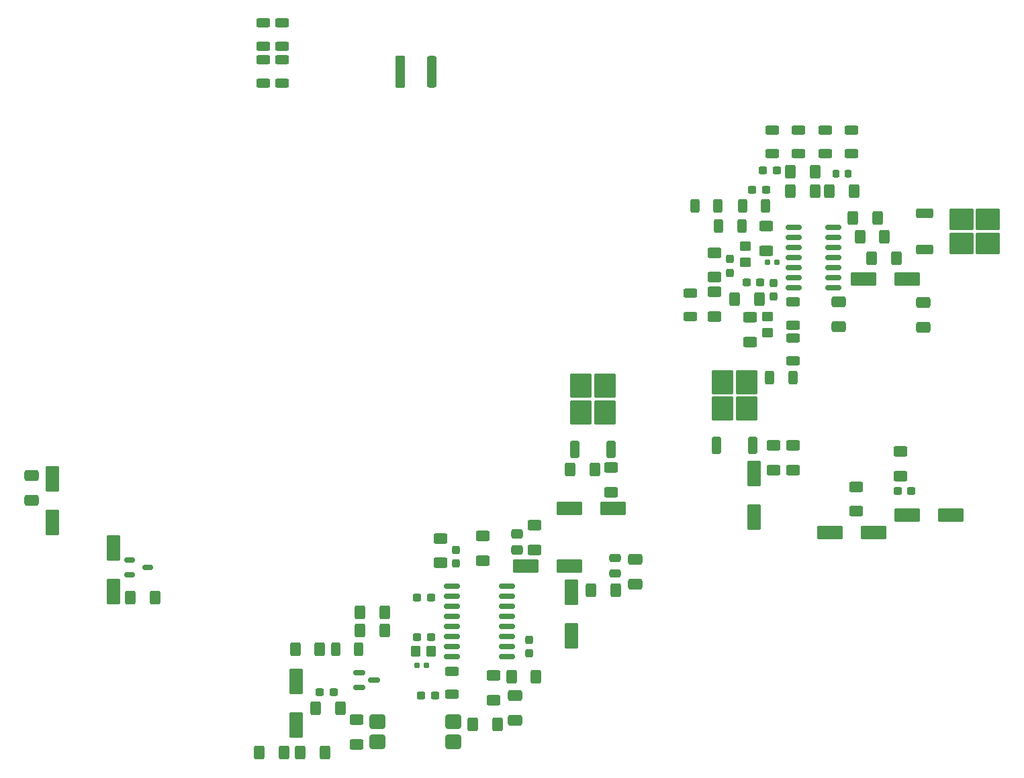
<source format=gbp>
G04 #@! TF.GenerationSoftware,KiCad,Pcbnew,9.0.1*
G04 #@! TF.CreationDate,2025-07-18T15:32:59+03:00*
G04 #@! TF.ProjectId,AC-DC G__ kayna__,41432d44-4320-447f-9ce7-206b61796e61,rev?*
G04 #@! TF.SameCoordinates,Original*
G04 #@! TF.FileFunction,Paste,Bot*
G04 #@! TF.FilePolarity,Positive*
%FSLAX46Y46*%
G04 Gerber Fmt 4.6, Leading zero omitted, Abs format (unit mm)*
G04 Created by KiCad (PCBNEW 9.0.1) date 2025-07-18 15:32:59*
%MOMM*%
%LPD*%
G01*
G04 APERTURE LIST*
G04 Aperture macros list*
%AMRoundRect*
0 Rectangle with rounded corners*
0 $1 Rounding radius*
0 $2 $3 $4 $5 $6 $7 $8 $9 X,Y pos of 4 corners*
0 Add a 4 corners polygon primitive as box body*
4,1,4,$2,$3,$4,$5,$6,$7,$8,$9,$2,$3,0*
0 Add four circle primitives for the rounded corners*
1,1,$1+$1,$2,$3*
1,1,$1+$1,$4,$5*
1,1,$1+$1,$6,$7*
1,1,$1+$1,$8,$9*
0 Add four rect primitives between the rounded corners*
20,1,$1+$1,$2,$3,$4,$5,0*
20,1,$1+$1,$4,$5,$6,$7,0*
20,1,$1+$1,$6,$7,$8,$9,0*
20,1,$1+$1,$8,$9,$2,$3,0*%
G04 Aperture macros list end*
%ADD10RoundRect,0.250000X0.600000X-1.400000X0.600000X1.400000X-0.600000X1.400000X-0.600000X-1.400000X0*%
%ADD11RoundRect,0.250000X-0.600000X1.400000X-0.600000X-1.400000X0.600000X-1.400000X0.600000X1.400000X0*%
%ADD12RoundRect,0.250000X-0.400000X-0.625000X0.400000X-0.625000X0.400000X0.625000X-0.400000X0.625000X0*%
%ADD13RoundRect,0.250000X0.400000X0.625000X-0.400000X0.625000X-0.400000X-0.625000X0.400000X-0.625000X0*%
%ADD14RoundRect,0.237500X-0.300000X-0.237500X0.300000X-0.237500X0.300000X0.237500X-0.300000X0.237500X0*%
%ADD15RoundRect,0.250000X-1.400000X-0.600000X1.400000X-0.600000X1.400000X0.600000X-1.400000X0.600000X0*%
%ADD16RoundRect,0.250000X-0.650000X0.412500X-0.650000X-0.412500X0.650000X-0.412500X0.650000X0.412500X0*%
%ADD17RoundRect,0.250000X0.625000X-0.312500X0.625000X0.312500X-0.625000X0.312500X-0.625000X-0.312500X0*%
%ADD18RoundRect,0.250000X1.125000X-1.275000X1.125000X1.275000X-1.125000X1.275000X-1.125000X-1.275000X0*%
%ADD19RoundRect,0.250000X0.350000X-0.850000X0.350000X0.850000X-0.350000X0.850000X-0.350000X-0.850000X0*%
%ADD20RoundRect,0.250000X-0.625000X0.400000X-0.625000X-0.400000X0.625000X-0.400000X0.625000X0.400000X0*%
%ADD21RoundRect,0.150000X-0.837500X-0.150000X0.837500X-0.150000X0.837500X0.150000X-0.837500X0.150000X0*%
%ADD22RoundRect,0.250000X-0.312500X-0.625000X0.312500X-0.625000X0.312500X0.625000X-0.312500X0.625000X0*%
%ADD23RoundRect,0.237500X0.300000X0.237500X-0.300000X0.237500X-0.300000X-0.237500X0.300000X-0.237500X0*%
%ADD24RoundRect,0.237500X0.237500X-0.300000X0.237500X0.300000X-0.237500X0.300000X-0.237500X-0.300000X0*%
%ADD25RoundRect,0.250000X-0.475000X0.337500X-0.475000X-0.337500X0.475000X-0.337500X0.475000X0.337500X0*%
%ADD26RoundRect,0.250000X0.350000X1.750000X-0.350000X1.750000X-0.350000X-1.750000X0.350000X-1.750000X0*%
%ADD27RoundRect,0.120000X0.480000X1.880000X-0.480000X1.880000X-0.480000X-1.880000X0.480000X-1.880000X0*%
%ADD28RoundRect,0.250000X0.625000X-0.400000X0.625000X0.400000X-0.625000X0.400000X-0.625000X-0.400000X0*%
%ADD29RoundRect,0.250000X-0.450000X0.350000X-0.450000X-0.350000X0.450000X-0.350000X0.450000X0.350000X0*%
%ADD30RoundRect,0.150000X-0.512500X-0.150000X0.512500X-0.150000X0.512500X0.150000X-0.512500X0.150000X0*%
%ADD31RoundRect,0.155000X-0.212500X-0.155000X0.212500X-0.155000X0.212500X0.155000X-0.212500X0.155000X0*%
%ADD32RoundRect,0.150000X-0.587500X-0.150000X0.587500X-0.150000X0.587500X0.150000X-0.587500X0.150000X0*%
%ADD33RoundRect,0.250000X0.650000X-0.412500X0.650000X0.412500X-0.650000X0.412500X-0.650000X-0.412500X0*%
%ADD34RoundRect,0.225000X0.225000X0.250000X-0.225000X0.250000X-0.225000X-0.250000X0.225000X-0.250000X0*%
%ADD35RoundRect,0.150000X-0.825000X-0.150000X0.825000X-0.150000X0.825000X0.150000X-0.825000X0.150000X0*%
%ADD36RoundRect,0.250000X1.400000X0.600000X-1.400000X0.600000X-1.400000X-0.600000X1.400000X-0.600000X0*%
%ADD37RoundRect,0.249999X-0.750001X-0.640001X0.750001X-0.640001X0.750001X0.640001X-0.750001X0.640001X0*%
%ADD38RoundRect,0.250000X0.475000X-0.250000X0.475000X0.250000X-0.475000X0.250000X-0.475000X-0.250000X0*%
%ADD39RoundRect,0.250000X-1.275000X-1.125000X1.275000X-1.125000X1.275000X1.125000X-1.275000X1.125000X0*%
%ADD40RoundRect,0.250000X-0.850000X-0.350000X0.850000X-0.350000X0.850000X0.350000X-0.850000X0.350000X0*%
%ADD41RoundRect,0.250000X-0.350000X-0.450000X0.350000X-0.450000X0.350000X0.450000X-0.350000X0.450000X0*%
G04 APERTURE END LIST*
D10*
G04 #@! TO.C,D9*
X108800000Y-158550000D03*
X108800000Y-153050000D03*
G04 #@! TD*
D11*
G04 #@! TO.C,D12*
X143500000Y-141750000D03*
X143500000Y-147250000D03*
G04 #@! TD*
D12*
G04 #@! TO.C,R23*
X104100000Y-162000000D03*
X107200000Y-162000000D03*
G04 #@! TD*
D13*
G04 #@! TO.C,R83*
X182950000Y-96900000D03*
X179850000Y-96900000D03*
G04 #@! TD*
D14*
G04 #@! TO.C,C8*
X124537500Y-154800000D03*
X126262500Y-154800000D03*
G04 #@! TD*
D13*
G04 #@! TO.C,R22*
X111750000Y-149000000D03*
X108650000Y-149000000D03*
G04 #@! TD*
D15*
G04 #@! TO.C,D11*
X185850000Y-132000000D03*
X191350000Y-132000000D03*
G04 #@! TD*
D16*
G04 #@! TO.C,R18*
X136400000Y-154837500D03*
X136400000Y-157962500D03*
G04 #@! TD*
D10*
G04 #@! TO.C,D3*
X166500000Y-132250000D03*
X166500000Y-126750000D03*
G04 #@! TD*
D17*
G04 #@! TO.C,R19*
X168820000Y-86382500D03*
X168820000Y-83457500D03*
G04 #@! TD*
D18*
G04 #@! TO.C,Q7*
X144695000Y-119075000D03*
X147745000Y-119075000D03*
X144695000Y-115725000D03*
X147745000Y-115725000D03*
D19*
X148500000Y-123700000D03*
X143940000Y-123700000D03*
G04 #@! TD*
D12*
G04 #@! TO.C,R6*
X116800000Y-144290000D03*
X119900000Y-144290000D03*
G04 #@! TD*
G04 #@! TO.C,R33*
X143320000Y-126280000D03*
X146420000Y-126280000D03*
G04 #@! TD*
D20*
G04 #@! TO.C,R42*
X116400000Y-157850000D03*
X116400000Y-160950000D03*
G04 #@! TD*
G04 #@! TO.C,R81*
X168000000Y-95550000D03*
X168000000Y-98650000D03*
G04 #@! TD*
D21*
G04 #@! TO.C,U5*
X128437500Y-149882500D03*
X128437500Y-148612500D03*
X128437500Y-147342500D03*
X128437500Y-146072500D03*
X128437500Y-144802500D03*
X128437500Y-143532500D03*
X128437500Y-142262500D03*
X128437500Y-140992500D03*
X135362500Y-140992500D03*
X135362500Y-142262500D03*
X135362500Y-143532500D03*
X135362500Y-144802500D03*
X135362500Y-146072500D03*
X135362500Y-147342500D03*
X135362500Y-148612500D03*
X135362500Y-149882500D03*
G04 #@! TD*
D20*
G04 #@! TO.C,R75*
X166000000Y-107050000D03*
X166000000Y-110150000D03*
G04 #@! TD*
D14*
G04 #@! TO.C,C20*
X124037500Y-147400000D03*
X125762500Y-147400000D03*
G04 #@! TD*
D22*
G04 #@! TO.C,R78*
X159037500Y-93000000D03*
X161962500Y-93000000D03*
G04 #@! TD*
D17*
G04 #@! TO.C,R14*
X175440000Y-86382500D03*
X175440000Y-83457500D03*
G04 #@! TD*
G04 #@! TO.C,R73*
X171390000Y-112587500D03*
X171390000Y-109662500D03*
G04 #@! TD*
D20*
G04 #@! TO.C,R40*
X138800000Y-133300000D03*
X138800000Y-136400000D03*
G04 #@! TD*
D23*
G04 #@! TO.C,C36*
X169362500Y-88500000D03*
X167637500Y-88500000D03*
G04 #@! TD*
D24*
G04 #@! TO.C,C7*
X138162500Y-149465000D03*
X138162500Y-147740000D03*
G04 #@! TD*
D25*
G04 #@! TO.C,C50*
X136640000Y-134382500D03*
X136640000Y-136457500D03*
G04 #@! TD*
D12*
G04 #@! TO.C,R41*
X111250000Y-156400000D03*
X114350000Y-156400000D03*
G04 #@! TD*
D17*
G04 #@! TO.C,R4*
X107000000Y-72825000D03*
X107000000Y-69900000D03*
G04 #@! TD*
D26*
G04 #@! TO.C,GD1*
X125850000Y-76050000D03*
D27*
X121850000Y-76050000D03*
G04 #@! TD*
D11*
G04 #@! TO.C,D4*
X85700000Y-136170000D03*
X85700000Y-141670000D03*
G04 #@! TD*
D13*
G04 #@! TO.C,R77*
X167150000Y-104800000D03*
X164050000Y-104800000D03*
G04 #@! TD*
D24*
G04 #@! TO.C,C39*
X163480000Y-101442500D03*
X163480000Y-99717500D03*
G04 #@! TD*
D28*
G04 #@! TO.C,R67*
X161500000Y-102000000D03*
X161500000Y-98900000D03*
G04 #@! TD*
D13*
G04 #@! TO.C,R34*
X134150000Y-158400000D03*
X131050000Y-158400000D03*
G04 #@! TD*
D28*
G04 #@! TO.C,R17*
X133662500Y-155370000D03*
X133662500Y-152270000D03*
G04 #@! TD*
D20*
G04 #@! TO.C,R38*
X179400000Y-128450000D03*
X179400000Y-131550000D03*
G04 #@! TD*
D17*
G04 #@! TO.C,R13*
X178750000Y-86382500D03*
X178750000Y-83457500D03*
G04 #@! TD*
D12*
G04 #@! TO.C,R21*
X171100000Y-88700000D03*
X174200000Y-88700000D03*
G04 #@! TD*
D17*
G04 #@! TO.C,R74*
X171400000Y-108025000D03*
X171400000Y-105100000D03*
G04 #@! TD*
D29*
G04 #@! TO.C,R82*
X165400000Y-98100000D03*
X165400000Y-100100000D03*
G04 #@! TD*
D30*
G04 #@! TO.C,Q10*
X87762500Y-139570000D03*
X87762500Y-137670000D03*
X90037500Y-138620000D03*
G04 #@! TD*
D31*
G04 #@! TO.C,C5*
X124032500Y-151000000D03*
X125167500Y-151000000D03*
G04 #@! TD*
D14*
G04 #@! TO.C,C46*
X166267500Y-91000000D03*
X167992500Y-91000000D03*
G04 #@! TD*
D15*
G04 #@! TO.C,D24*
X180300000Y-102200000D03*
X185800000Y-102200000D03*
G04 #@! TD*
D32*
G04 #@! TO.C,U1*
X116725000Y-153800000D03*
X116725000Y-151900000D03*
X118600000Y-152850000D03*
G04 #@! TD*
D23*
G04 #@! TO.C,C21*
X125762500Y-142400000D03*
X124037500Y-142400000D03*
G04 #@! TD*
D13*
G04 #@! TO.C,R71*
X179100000Y-91100000D03*
X176000000Y-91100000D03*
G04 #@! TD*
G04 #@! TO.C,R53*
X112400000Y-162000000D03*
X109300000Y-162000000D03*
G04 #@! TD*
D33*
G04 #@! TO.C,C42*
X177200000Y-108262500D03*
X177200000Y-105137500D03*
G04 #@! TD*
D18*
G04 #@! TO.C,Q6*
X162557500Y-118575000D03*
X165607500Y-118575000D03*
X162557500Y-115225000D03*
X165607500Y-115225000D03*
D19*
X166362500Y-123200000D03*
X161802500Y-123200000D03*
G04 #@! TD*
D34*
G04 #@! TO.C,C40*
X178350000Y-88900000D03*
X176800000Y-88900000D03*
G04 #@! TD*
D28*
G04 #@! TO.C,R32*
X148470000Y-129130000D03*
X148470000Y-126030000D03*
G04 #@! TD*
D22*
G04 #@! TO.C,R20*
X113737500Y-149000000D03*
X116662500Y-149000000D03*
G04 #@! TD*
D12*
G04 #@! TO.C,R63*
X181350000Y-99592500D03*
X184450000Y-99592500D03*
G04 #@! TD*
D28*
G04 #@! TO.C,R31*
X169000000Y-126350000D03*
X169000000Y-123250000D03*
G04 #@! TD*
D24*
G04 #@! TO.C,C44*
X168950000Y-104432500D03*
X168950000Y-102707500D03*
G04 #@! TD*
D13*
G04 #@! TO.C,R24*
X149050000Y-141500000D03*
X145950000Y-141500000D03*
G04 #@! TD*
D28*
G04 #@! TO.C,R35*
X127000000Y-138050000D03*
X127000000Y-134950000D03*
G04 #@! TD*
D16*
G04 #@! TO.C,C48*
X187800000Y-105175000D03*
X187800000Y-108300000D03*
G04 #@! TD*
D35*
G04 #@! TO.C,U2*
X171525000Y-103310000D03*
X171525000Y-102040000D03*
X171525000Y-100770000D03*
X171525000Y-99500000D03*
X171525000Y-98230000D03*
X171525000Y-96960000D03*
X171525000Y-95690000D03*
X176475000Y-95690000D03*
X176475000Y-96960000D03*
X176475000Y-98230000D03*
X176475000Y-99500000D03*
X176475000Y-100770000D03*
X176475000Y-102040000D03*
X176475000Y-103310000D03*
G04 #@! TD*
D17*
G04 #@! TO.C,R12*
X104600000Y-77462500D03*
X104600000Y-74537500D03*
G04 #@! TD*
D36*
G04 #@! TO.C,D2*
X148690000Y-131200000D03*
X143190000Y-131200000D03*
G04 #@! TD*
D12*
G04 #@! TO.C,R25*
X87850000Y-142470000D03*
X90950000Y-142470000D03*
G04 #@! TD*
D31*
G04 #@! TO.C,C41*
X168232500Y-100080000D03*
X169367500Y-100080000D03*
G04 #@! TD*
D14*
G04 #@! TO.C,C45*
X165537500Y-102620000D03*
X167262500Y-102620000D03*
G04 #@! TD*
D20*
G04 #@! TO.C,R68*
X161480000Y-103830000D03*
X161480000Y-106930000D03*
G04 #@! TD*
D16*
G04 #@! TO.C,C1*
X75400000Y-127037500D03*
X75400000Y-130162500D03*
G04 #@! TD*
D12*
G04 #@! TO.C,R1*
X116800000Y-146600000D03*
X119900000Y-146600000D03*
G04 #@! TD*
D14*
G04 #@! TO.C,C4*
X111737500Y-154400000D03*
X113462500Y-154400000D03*
G04 #@! TD*
D22*
G04 #@! TO.C,R11*
X168475000Y-114700000D03*
X171400000Y-114700000D03*
G04 #@! TD*
D24*
G04 #@! TO.C,C10*
X128900000Y-138162500D03*
X128900000Y-136437500D03*
G04 #@! TD*
D37*
G04 #@! TO.C,U4*
X119035000Y-160670000D03*
X119035000Y-158130000D03*
X128565000Y-158130000D03*
X128565000Y-160670000D03*
G04 #@! TD*
D13*
G04 #@! TO.C,R70*
X174200000Y-91100000D03*
X171100000Y-91100000D03*
G04 #@! TD*
D15*
G04 #@! TO.C,D14*
X137750000Y-138500000D03*
X143250000Y-138500000D03*
G04 #@! TD*
D38*
G04 #@! TO.C,C49*
X149000000Y-139370000D03*
X149000000Y-137470000D03*
G04 #@! TD*
D17*
G04 #@! TO.C,R8*
X104600000Y-72825000D03*
X104600000Y-69900000D03*
G04 #@! TD*
D11*
G04 #@! TO.C,D19*
X78000000Y-127450000D03*
X78000000Y-132950000D03*
G04 #@! TD*
D36*
G04 #@! TO.C,D15*
X181550000Y-134200000D03*
X176050000Y-134200000D03*
G04 #@! TD*
D28*
G04 #@! TO.C,R30*
X171400000Y-126350000D03*
X171400000Y-123250000D03*
G04 #@! TD*
D29*
G04 #@! TO.C,R76*
X168200000Y-107000000D03*
X168200000Y-109000000D03*
G04 #@! TD*
D17*
G04 #@! TO.C,R16*
X128400000Y-154662500D03*
X128400000Y-151737500D03*
G04 #@! TD*
D22*
G04 #@! TO.C,R79*
X162037500Y-95500000D03*
X164962500Y-95500000D03*
G04 #@! TD*
D13*
G04 #@! TO.C,R5*
X139012500Y-152470000D03*
X135912500Y-152470000D03*
G04 #@! TD*
D20*
G04 #@! TO.C,R39*
X185000000Y-124000000D03*
X185000000Y-127100000D03*
G04 #@! TD*
D17*
G04 #@! TO.C,R69*
X158500000Y-106962500D03*
X158500000Y-104037500D03*
G04 #@! TD*
D22*
G04 #@! TO.C,R80*
X165037500Y-93000000D03*
X167962500Y-93000000D03*
G04 #@! TD*
D17*
G04 #@! TO.C,R7*
X107000000Y-77462500D03*
X107000000Y-74537500D03*
G04 #@! TD*
G04 #@! TO.C,R15*
X172130000Y-86382500D03*
X172130000Y-83457500D03*
G04 #@! TD*
D20*
G04 #@! TO.C,R37*
X132300000Y-134687500D03*
X132300000Y-137787500D03*
G04 #@! TD*
D39*
G04 #@! TO.C,Q5*
X192625000Y-94675000D03*
X192625000Y-97725000D03*
X195975000Y-94675000D03*
X195975000Y-97725000D03*
D40*
X188000000Y-98480000D03*
X188000000Y-93920000D03*
G04 #@! TD*
D33*
G04 #@! TO.C,C32*
X151500000Y-140762500D03*
X151500000Y-137637500D03*
G04 #@! TD*
D14*
G04 #@! TO.C,C28*
X184600000Y-129000000D03*
X186325000Y-129000000D03*
G04 #@! TD*
D12*
G04 #@! TO.C,R36*
X178950000Y-94500000D03*
X182050000Y-94500000D03*
G04 #@! TD*
D41*
G04 #@! TO.C,R10*
X123800000Y-149200000D03*
X125800000Y-149200000D03*
G04 #@! TD*
M02*

</source>
